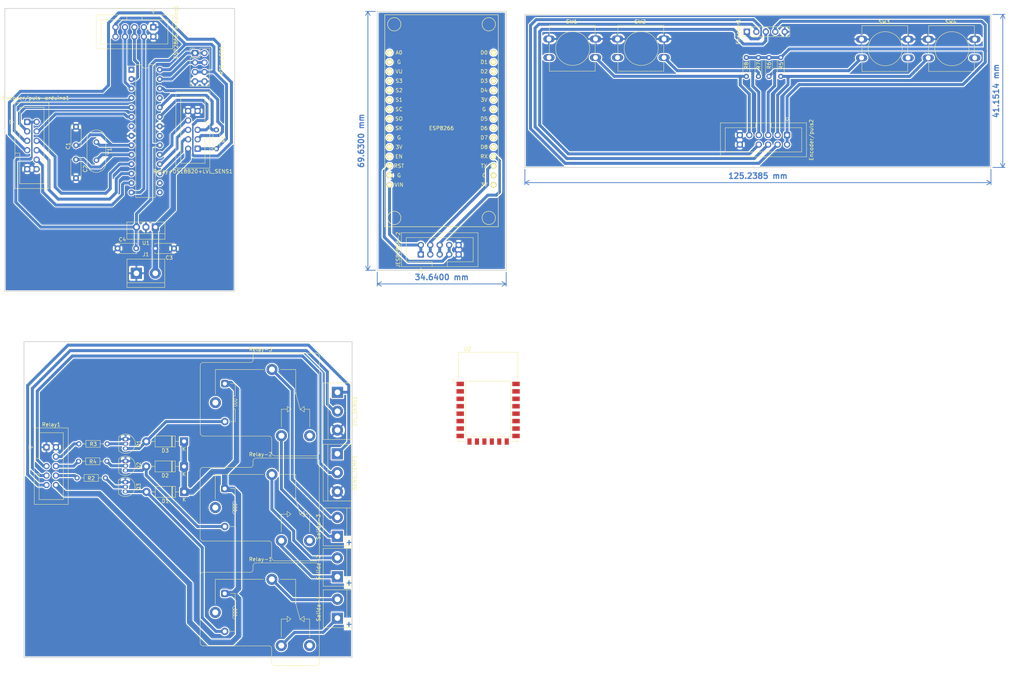
<source format=kicad_pcb>
(kicad_pcb (version 20211014) (generator pcbnew)
  (layers (0 "F.Cu" signal) (31 "B.Cu" signal) (34 "B.Paste" user) (35 "F.Paste" user) (36 "B.SilkS" user "B.Silkscreen") (37 "F.SilkS" user "F.Silkscreen") (38 "B.Mask" user) (39 "F.Mask" user) (44 "Edge.Cuts" user))
  (net 0 "")
  (net 1 "GND")
  (net 3 "+5V")
  (net 5 "+12V")
  (net 7 "Net-(C1-Pad1)")
  (net 8 "Net-(C2-Pad1)")
  (net 9 "Net-(Q1-Pad2)")
  (net 10 "Net-(Q2-Pad2)")
  (net 11 "Net-(Q3-Pad2)")
  (net 38 "Net-(Relay-1-Pad11A)")
  (net 40 "Net-(Relay-2-Pad11A)")
  (net 42 "Net-(Relay-3-Pad11A)")
  (net 44 "Net-(Relay-1-Pad14)")
  (net 45 "Net-(Relay-2-Pad14)")
  (net 46 "Net-(Relay-3-Pad14)")
  (net 47 "Net-(D1-Pad2)")
  (net 48 "Net-(D2-Pad2)")
  (net 49 "Net-(RTC+LCD1-Pad3)")
  (net 50 "Net-(RTC+LCD1-Pad1)")
  (net 51 "unconnected-(U3-Pad15)")
  (net 52 "Net-(R2-Pad2)")
  (net 53 "Net-(R3-Pad2)")
  (net 54 "Net-(D3-Pad2)")
  (net 55 "Net-(R1-Pad1)")
  (net 56 "Net-(Encoder/puls-arduino1-Pad4)")
  (net 57 "Net-(Encoder/puls-arduino1-Pad6)")
  (net 58 "Net-(Encoder/puls-arduino1-Pad7)")
  (net 59 "Net-(Encoder/puls-arduino1-Pad8)")
  (net 60 "Net-(Encoder/puls-arduino1-Pad10)")
  (net 61 "Net-(Encoder/puls2-Pad3)")
  (net 62 "Net-(Encoder/puls2-Pad5)")
  (net 63 "Net-(Encoder/puls2-Pad6)")
  (net 64 "Net-(Encoder/puls2-Pad7)")
  (net 65 "Net-(Encoder/puls2-Pad8)")
  (net 66 "Net-(Encoder/puls2-Pad9)")
  (net 67 "Net-(LVL_SENS1-Pad2)")
  (net 68 "Net-(Relay+DS18B20+LVL_SENS1-Pad3)")
  (net 69 "Net-(Relay+DS18B20+LVL_SENS1-Pad4)")
  (net 70 "Net-(Relay+DS18B20+LVL_SENS1-Pad6)")
  (net 72 "Net-(Relay+DS18B20+LVL_SENS1-Pad8)")
  (net 73 "Net-(Relay1-Pad5)")
  (net 74 "Net-(Encoder/puls-arduino1-Pad5)")
  (net 75 "Net-(Encoder/puls2-Pad4)")
  (net 76 "Net-(ESP8266-Pad18)")
  (net 77 "Net-(ESP2866-arduino1-Pad3)")
  (net 78 "Net-(ESP8266-Pad13)")
  (net 79 "Net-(ESP8266-Pad19)")
  (net 80 "Net-(ESP2866-arduino1-Pad5)")
  (net 81 "Net-(ESP2866-arduino1-Pad7)")
  (net 82 "Net-(J1-Pad1)")
  (net 83 "Net-(JESP2866-2-Pad3)")
  (net 84 "Net-(JESP2866-2-Pad5)")
  (net 85 "Net-(JESP2866-2-Pad7)")
  (net 86 "Net-(R4-Pad2)")
  (net 104 "unconnected-(U3-Pad5)")
  (footprint "Connector_PinHeader_2.54mm:PinHeader_1x05_P2.54mm_Vertical" (layer "F.Cu") (at 212.94 19.805 90)
    (fp_text reference "Encoder1")
    (fp_text value "Conn_01x05")
  )
  (footprint "Button_Switch_THT:SW_PUSH-12mm" (layer "F.Cu") (at 261.67 21.82)
    (fp_text reference "SW4")
    (fp_text value "SW_Push")
  )
  (footprint "Resistor_THT:R_Axial_DIN0204_L3.6mm_D1.6mm_P5.08mm_Horizontal" (layer "F.Cu") (at 70.38 46.18 -90)
    (fp_text reference "R1")
    (fp_text value "4.7k")
  )
  (footprint "Connector_PinHeader_2.54mm:PinHeader_2x04_P2.54mm_Vertical" (layer "F.Cu") (at 64.655 25.53)
    (fp_text reference "RTC+LCD1")
    (fp_text value "Conn_02x04_Odd_Even")
  )
  (footprint "Capacitor_THT:C_Disc_D5.0mm_W2.5mm_P5.00mm" (layer "F.Cu") (at 32.65 54.16 -90)
    (fp_text reference "C2")
    (fp_text value "20pF")
  )
  (footprint "Package_TO_SOT_THT:TO-220-3_Vertical" (layer "F.Cu") (at 53.995 72.33 180)
    (fp_text reference "U1")
    (fp_text value "LM7805")
  )
  (footprint "Connector_IDC:IDC-Header_2x05_P2.54mm_Vertical" (layer "F.Cu") (at 53.44 18.57 -90)
    (fp_text reference "ESP2866-arduino1")
    (fp_text value "Conn_02x05_Odd_Even")
  )
  (footprint "Resistor_THT:R_Axial_DIN0204_L3.6mm_D1.6mm_P7.62mm_Horizontal" (layer "F.Cu") (at 41.05 130.61 180)
    (fp_text reference "R3")
    (fp_text value "4k7")
  )
  (footprint "Relay_THT:Relay_SPDT_RAYEX-L90" (layer "F.Cu") (at 70.12 119.53)
    (fp_text reference "Relay-3")
    (fp_text value "RAYEX-L90")
  )
  (footprint "Diode_THT:D_DO-41_SOD81_P10.16mm_Horizontal" (layer "F.Cu") (at 61.7 136.69 180)
    (fp_text reference "D2")
    (fp_text value "1N4007")
  )
  (footprint "Capacitor_THT:C_Disc_D5.0mm_W2.5mm_P5.00mm" (layer "F.Cu") (at 32.68 50.34 90)
    (fp_text reference "C1")
    (fp_text value "20pF")
  )
  (footprint "Resistor_THT:R_Axial_DIN0204_L3.6mm_D1.6mm_P5.08mm_Horizontal" (layer "F.Cu") (at 218.87 31.81 90)
    (fp_text reference "R6")
    (fp_text value "10k")
  )
  (footprint "Crystal:Crystal_HC49-4H_Vertical" (layer "F.Cu") (at 38.15 49.47 -90)
    (fp_text reference "Y1")
    (fp_text value "16MHz")
  )
  (footprint "Capacitor_THT:C_Disc_D5.0mm_W2.5mm_P5.00mm" (layer "F.Cu") (at 58.995 78.08 180)
    (fp_text reference "C3")
    (fp_text value "330nF")
  )
  (footprint "TerminalBlock:TerminalBlock_bornier-3_P5.08mm" (layer "F.Cu") (at 102.885 133.285 -90)
    (fp_text reference "SENS_TEMP1")
    (fp_text value "Conn_01x03")
  )
  (footprint "Connector_IDC:IDC-Header_2x05_P2.54mm_Vertical" (layer "F.Cu") (at 125.32 79.68 90)
    (fp_text reference "JESP2866-2")
    (fp_text value "Conn_02x05_Odd_Even")
  )
  (footprint "TerminalBlock:TerminalBlock_bornier-2_P5.08mm" (layer "F.Cu") (at 102.895 155.475 90)
    (fp_text reference "Salida-3")
    (fp_text value "Conn_01x02")
  )
  (footprint "Resistor_THT:R_Axial_DIN0204_L3.6mm_D1.6mm_P5.08mm_Horizontal" (layer "F.Cu") (at 216.04 31.81 90)
    (fp_text reference "R7")
    (fp_text value "10k")
  )
  (footprint "ESP8266 LOLiN v3:ESP8266" (layer "F.Cu") (at 130.88 45.73)
    (fp_text reference "ESP8266")
    (fp_text value "NodeMCU1.0(ESP-12E)")
  )
  (footprint "Button_Switch_THT:SW_PUSH-12mm" (layer "F.Cu") (at 159.76 21.74)
    (fp_text reference "SW1")
    (fp_text value "SW_Push")
  )
  (footprint "RELAY+DS18B20+LVLSENS:RELAY+DS18B20+LVLSENS" (layer "F.Cu") (at 65.3325 51.26 180)
    (fp_text reference "Relay+DS18B20+LVL_SENS1")
    (fp_text value "Conn_02x05_Odd_Even_1")
  )
  (footprint "Package_TO_SOT_THT:TO-92_Inline" (layer "F.Cu") (at 45.97 129.33 -90)
    (fp_text reference "Q1")
    (fp_text value "PN2222A")
  )
  (footprint "TerminalBlock:TerminalBlock_bornier-2_P5.08mm" (layer "F.Cu") (at 48.895 84.75)
    (fp_text reference "J1")
    (fp_text value "12v")
  )
  (footprint "ENCODER+PULS:ENCODER+PULS_arduino" (layer "F.Cu") (at 19.5475 44.04)
    (fp_text reference "Encoder/puls-arduino1")
    (fp_text value "Conn_02x06_Odd_Even")
  )
  (footprint "Package_TO_SOT_THT:TO-92_Inline" (layer "F.Cu") (at 45.97 135.24 -90)
    (fp_text reference "Q2")
    (fp_text value "PN2222A")
  )
  (footprint "Diode_THT:D_DO-41_SOD81_P10.16mm_Horizontal" (layer "F.Cu") (at 61.7 129.96 180)
    (fp_text reference "D3")
    (fp_text value "1N4007")
  )
  (footprint "Capacitor_THT:C_Disc_D5.0mm_W2.5mm_P5.00mm" (layer "F.Cu") (at 43.835 78.06)
    (fp_text reference "C4")
    (fp_text value "100nF")
  )
  (footprint "TerminalBlock:TerminalBlock_bornier-2_P5.08mm" (layer "F.Cu") (at 102.895 166.365 90)
    (fp_text reference "Salida-2")
    (fp_text value "Conn_01x02")
  )
  (footprint "Package_TO_SOT_THT:TO-92_Inline" (layer "F.Cu") (at 45.93 140.92 -90)
    (fp_text reference "Q3")
    (fp_text value "PN2222A")
  )
  (footprint "ENCODER+PULS:ENCODER+PULS" (layer "F.Cu") (at 223.74 47.595 -90)
    (fp_text reference "Encoder/puls2")
    (fp_text value "Conn_02x06_Odd_Even")
  )
  (footprint "Package_DIP:DIP-28_W7.62mm" (layer "F.Cu") (at 47.555 30)
    (fp_text reference "U3" hide)
    (fp_text value "ATmega328P-P")
  )
  (footprint "TerminalBlock:TerminalBlock_bornier-2_P5.08mm" (layer "F.Cu") (at 102.905 177.485 90)
    (fp_text reference "Salida-1")
    (fp_text value "Conn_01x02")
  )
  (footprint "Resistor_THT:R_Axial_DIN0204_L3.6mm_D1.6mm_P5.08mm_Horizontal" (layer "F.Cu") (at 212.79 31.81 90)
    (fp_text reference "R8")
    (fp_text value "10k")
  )
  (footprint "Relay_THT:Relay_SPDT_RAYEX-L90" (layer "F.Cu") (at 70.09 147.75)
    (fp_text reference "Relay-2")
    (fp_text value "RAYEX-L90")
  )
  (footprint "RELAY+DS18B20+LVLSENS:ENCODER+PULS_PLACA_SALIDAS" (layer "F.Cu") (at 24.73 131.53)
    (fp_text reference "Relay1")
    (fp_text value "Conn_02x05_Odd_Even")
  )
  (footprint "Button_Switch_THT:SW_PUSH-12mm" (layer "F.Cu") (at 178.18 21.74)
    (fp_text reference "SW2")
    (fp_text value "SW_Push")
  )
  (footprint "ESP8266-12E_ESP-12E:XCVR_ESP8266-12E_ESP-12E" (layer "F.Cu") (at 143.4 121.5)
    (fp_text reference "U2")
    (fp_text value "ESP-12E")
  )
  (footprint "Resistor_THT:R_Axial_DIN0204_L3.6mm_D1.6mm_P7.62mm_Horizontal" (layer "F.Cu") (at 40.57 139.78 180)
    (fp_text reference "R2")
    (fp_text value "4k7")
  )
  (footprint "Relay_THT:Relay_SPDT_RAYEX-L90" (layer "F.Cu") (at 70.09 175.95)
    (fp_text reference "Relay-1")
    (fp_text value "RAYEX-L90")
  )
  (footprint "Button_Switch_THT:SW_PUSH-12mm" (layer "F.Cu") (at 243.76 21.82)
    (fp_text reference "SW3")
    (fp_text value "SW_Push")
  )
  (footprint "Diode_THT:D_DO-41_SOD81_P10.16mm_Horizontal" (layer "F.Cu") (at 61.75 143.53 180)
    (fp_text reference "D1")
    (fp_text value "1N4007")
  )
  (footprint "Resistor_THT:R_Axial_DIN0204_L3.6mm_D1.6mm_P7.62mm_Horizontal" (layer "F.Cu") (at 40.97 135.3 180)
    (fp_text reference "R4")
    (fp_text value "4k7")
  )
  (footprint "Resistor_THT:R_Axial_DIN0204_L3.6mm_D1.6mm_P5.08mm_Horizontal" (layer "F.Cu") (at 222.04 31.81 90)
    (fp_text reference "R5")
    (fp_text value "10k")
  )
  (footprint "TerminalBlock:TerminalBlock_bornier-3_P5.08mm" (layer "F.Cu") (at 102.925 116.755 -90)
    (fp_text reference "LVL_SENS1")
    (fp_text value "Conn_01x03")
  )
  (gr_rect (start 153.28 15.152161) (end 278.518479 56.30358) (layer "Edge.Cuts") (width 0.2) (fill none))
  (gr_rect (start 113.62 14.32) (end 148.26 83.95) (layer "Edge.Cuts") (width 0.2) (fill none))
  (gr_rect (start 75.275 13.55) (end 13.535 89.56) (layer "Edge.Cuts") (width 0.2) (fill none))
  (gr_rect (start 18.68 103.13) (end 106.86 188.05) (layer "Edge.Cuts") (width 0.2) (fill none))
  (gr_text "+\n" (at 106 179.05) (layer "B.Cu") (effects (font (size 1.5 1.5) (thickness 0.3)) (justify mirror)))
  (gr_text "+\n" (at 106.03 157.04) (layer "B.Cu") (effects (font (size 1.5 1.5) (thickness 0.3)) (justify mirror)))
  (gr_text "+\n" (at 106.01 167.92) (layer "B.Cu") (effects (font (size 1.5 1.5) (thickness 0.3)) (justify mirror)))
  (dimension (type aligned) (layer "B.Cu") (pts (xy 153.28 56.30358) (xy 278.518479 56.30358)) (height 4.066419) (gr_text "125.2385 mm" (at 215.899239 58.569999) (layer "B.Cu") (effects (font (size 1.5 1.5) (thickness 0.3)))) (format (units 3) (units_format 1) (precision 4)) (style (thickness 0.2) (arrow_length 1.27) (text_position_mode 0) (extension_height 0.58642) (extension_offset 0.5) keep_text_aligned))
  (dimension (type aligned) (layer "B.Cu") (pts (xy 113.62 83.95) (xy 148.26 83.95)) (height 3.669999) (gr_text "34.6400 mm" (at 130.94 85.819999) (layer "B.Cu") (effects (font (size 1.5 1.5) (thickness 0.3)))) (format (units 3) (units_format 1) (precision 4)) (style (thickness 0.2) (arrow_length 1.27) (text_position_mode 0) (extension_height 0.58642) (extension_offset 0.5) keep_text_aligned))
  (dimension (type aligned) (layer "B.Cu") (pts (xy 278.518479 15.152161) (xy 278.518479 56.30358)) (height -3.171521) (gr_text "41.1514 mm" (at 279.89 35.72787 90) (layer "B.Cu") (effects (font (size 1.5 1.5) (thickness 0.3)))) (format (units 3) (units_format 1) (precision 4)) (style (thickness 0.2) (arrow_length 1.27) (text_position_mode 0) (extension_height 0.58642) (extension_offset 0.5) keep_text_aligned))
  (dimension (type aligned) (layer "B.Cu") (pts (xy 113.62 14.32) (xy 113.62 83.95)) (height 2.529999) (gr_text "69.6300 mm" (at 109.290001 49.135 90) (layer "B.Cu") (effects (font (size 1.5 1.5) (thickness 0.3)))) (format (units 3) (units_format 1) (precision 4)) (style (thickness 0.2) (arrow_length 1.27) (text_position_mode 0) (extension_height 0.58642) (extension_offset 0.5) keep_text_aligned))
  (segment (start 27.2325 131.52) (end 27.25 131.52) (width 0.8) (layer "B.Cu") (net 1))
  (segment (start 224.34 24.43) (end 276.43 24.43) (width 0.8) (layer "B.Cu") (net 3))
  (segment (start 69.72 30.58) (end 69.68 30.62) (width 0.8) (layer "B.Cu") (net 3))
  (segment (start 125.32 77.14) (end 125.32 79.68) (width 0.8) (layer "B.Cu") (net 3))
  (segment (start 277 25) (end 277 18) (width 0.8) (layer "B.Cu") (net 3))
  (segment (start 43.28 17.73) (end 44.86 16.15) (width 0.8) (layer "B.Cu") (net 3))
  (segment (start 69.06 23.18) (end 69.72 23.84) (width 0.8) (layer "B.Cu") (net 3))
  (segment (start 223.74 47.595) (end 223.74 50.135) (width 0.8) (layer "B.Cu") (net 3))
  (segment (start 220.56 18.58) (end 220.56 19.805) (width 0.8) (layer "B.Cu") (net 3))
  (segment (start 212.79 26.73) (end 212.8 26.74) (width 0.8) (layer "B.Cu") (net 3))
  (segment (start 271.76 33.24) (end 277 28) (width 0.8) (layer "B.Cu") (net 3))
  (segment (start 22.0575 44.07) (end 22.0875 44.04) (width 0.8) (layer "B.Cu") (net 3))
  (segment (start 57.73 27.51) (end 62.06 23.18) (width 0.8) (layer "B.Cu") (net 3))
  (segment (start 43.28 21.11) (end 43.28 18.57) (width 0.8) (layer "B.Cu") (net 3))
  (segment (start 276.43 24.43) (end 277 25) (width 0.8) (layer "B.Cu") (net 3))
  (segment (start 105.95 114.89) (end 105.95 117.71) (width 0.8) (layer "B.Cu") (net 3))
  (segment (start 105.95 130.22) (end 102.885 133.285) (width 0.8) (layer "B.Cu") (net 3))
  (segment (start 22.5 141.69) (end 19.67 138.86) (width 0.8) (layer "B.Cu") (net 3))
  (segment (start 95.125 104.065) (end 105.95 114.89) (width 0.8) (layer "B.Cu") (net 3))
  (segment (start 212.8 26.74) (end 222.03 26.74) (width 0.8) (layer "B.Cu") (net 3))
  (segment (start 271 34) (end 227 34) (width 0.8) (layer "B.Cu") (net 3))
  (segment (start 16.87 54.06) (end 16.48 54.45) (width 0.8) (layer "B.Cu") (net 3))
  (segment (start 277 18) (end 276 17) (width 0.8) (layer "B.Cu") (net 3))
  (segment (start 272 33) (end 271 34) (width 0.8) (layer "B.Cu") (net 3))
  (segment (start 43.28 18.57) (end 43.28 17.73) (width 0.8) (layer "B.Cu") (net 3))
  (segment (start 222.03 26.74) (end 224.34 24.43) (width 0.8) (layer "B.Cu") (net 3))
  (segment (start 105.915 116.755) (end 105.92 116.76) (width 0.8) (layer "B.Cu") (net 3))
  (segment (start 48.915 72.33) (end 48.915 68.765) (width 0.8) (layer "B.Cu") (net 3))
  (segment (start 222.14 17) (end 220.56 18.58) (width 0.8) (layer "B.Cu") (net 3))
  (segment (start 52.77 50.43) (end 52.77 28.8) (width 0.8) (layer "B.Cu") (net 3))
  (segment (start 227 34) (end 223.74 37.26) (width 0.8) (layer "B.Cu") (net 3))
  (segment (start 20.87 44.07) (end 22.0575 44.07) (width 0.8) (layer "B.Cu") (net 3))
  (segment (start 48.835 72.41) (end 48.915 72.33) (width 0.8) (layer "B.Cu") (net 3))
  (segment (start 73.11 33.97) (end 69.72 30.58) (width 0.8) (layer "B.Cu") (net 3))
  (segment (start 125.32 77.14) (end 119.725786 77.14) (width 0.8) (layer "B.Cu") (net 3))
  (segment (start 20.81 53.59) (end 20.81 44.13) (width 0.4) (layer "B.Cu") (net 3))
  (segment (start 24.73 141.69) (end 22.5 141.69) (width 0.8) (layer "B.Cu") (net 3))
  (segment (start 277 28) (end 277 25) (width 0.8) (layer "B.Cu") (net 3))
  (segment (start 44.86 16.15) (end 55.03 16.15) (width 0.8) (layer "B.Cu") (net 3))
  (segment (start 49.49 68.19) (end 49.51 68.17) (width 0.8) (layer "B.Cu") (net 3))
  (segment (start 49.51 68.17) (end 52.77 64.91) (width 0.8) (layer "B.Cu") (net 3))
  (segment (start 65.3325 51.26) (end 70.38 51.26) (width 0.8) (layer "B.Cu") (net 3))
  (segment (start 69.71 30.61) (end 67.195 30.61) (width 0.8) (layer "B.Cu") (net 3))
  (segment (start 20.81 44.13) (end 20.83 44.11) (width 0.4) (layer "B.Cu") (net 3))
  (segment (start 48.835 78.06) (end 48.835 72.41) (width 0.8) (layer "B.Cu") (net 3))
  (segment (start 20.83 44.11) (end 20.87 44.07) (width 0.25) (layer "B.Cu") (net 3))
  (segment (start 67.195 30.61) (end 64.655 30.61) (width 0.8) (layer "B.Cu") (net 3))
  (segment (start 276 17) (end 222.14 17) (width 0.8) (layer "B.Cu") (net 3))
  (segment (start 30.525 104.065) (end 95.125 104.065) (width 0.8) (layer "B.Cu") (net 3))
  (segment (start 48.915 68.765) (end 49.51 68.17) (width 0.8) (layer "B.Cu") (net 3))
  (segment (start 19.67 138.86) (end 19.67 114.92) (width 0.8) (layer "B.Cu") (net 3))
  (segment (start 223.74 37.26) (end 223.74 47.595) (width 0.8) (layer "B.Cu") (net 3))
  (segment (start 19.5475 44.04) (end 19.5775 44.07) (width 0.8) (layer "B.Cu") (net 3))
  (segment (start 70.38 51.26) (end 73.11 48.53) (width 0.8) (layer "B.Cu") (net 3))
  (segment (start 105.95 117.59) (end 105.95 130.22) (width 0.8) (layer "B.Cu") (net 3))
  (segment (start 52.77 64.91) (end 52.77 50.43) (width 0.8) (layer "B.Cu") (net 3))
  (segment (start 16.48 54.45) (end 16.48 65.63) (width 0.8) (layer "B.Cu") (net 3))
  (segment (start 52.88 50.32) (end 52.77 50.43) (width 0.8) (layer "B.Cu") (net 3))
  (segment (start 102.925 116.755) (end 105.915 116.755) (width 0.8) (layer "B.Cu") (net 3))
  (segment (start 52.77 28.8) (end 54.06 27.51) (width 0.8) (layer "B.Cu") (net 3))
  (segment (start 20.32 54.06) (end 16.87 54.06) (width 0.8) (layer "B.Cu") (net 3))
  (segment (start 19.67 114.92) (end 30.525 104.065) (width 0.8) (layer "B.Cu") (net 3))
  (segment (start 20.87 44.07) (end 20.81 44.13) (width 0.3) (layer "B.Cu") (net 3))
  (segment (start 116.91 74.324214) (end 116.91 60.97) (width 0.8) (layer "B.Cu") (net 3))
  (segment (start 62.06 23.18) (end 69.06 23.18) (width 0.8) (layer "B.Cu") (net 3))
  (segment (start 48.915 72.33) (end 23.19 72.33) (width 0.8) (layer "B.Cu") (net 3))
  (segment (start 19.5775 44.07) (end 20.87 44.07) (width 0.8) (layer "B.Cu") (net 3))
  (segment (start 20.61 53.77) (end 20.32 54.06) (width 0.8) (layer "B.Cu") (net 3))
  (segment (start 16.48 65.63) (end 23.19 72.34) (width 0.8) (layer "B.Cu") (net 3))
  (segment (start 55.125 50.37) (end 55.175 50.32) (width 0.8) (layer "B.Cu") (net 3))
  (segment (start 119.725786 77.14) (end 116.91 74.324214) (width 0.8) (layer "B.Cu") (net 3))
  (segment (start 69.72 23.84) (end 69.72 30.58) (width 0.8) (layer "B.Cu") (net 3))
  (segment (start 69.72 30.62) (end 69.71 30.61) (width 0.8) (layer "B.Cu") (net 3))
  (segment (start 55.03 16.15) (end 62.06 23.18) (width 0.8) (layer "B.Cu") (net 3))
  (segment (start 73.11 48.53) (end 73.11 33.97) (width 0.8) (layer "B.Cu") (net 3))
  (segment (start 54.06 27.51) (end 57.73 27.51) (width 0.8) (layer "B.Cu") (net 3))
  (segment (start 55.175 50.32) (end 52.88 50.32) (width 0.8) (layer "B.Cu") (net 3))
  (segment (start 63.91 143.53) (end 61.75 143.53) (width 1.5) (layer "B.Cu") (net 5))
  (segment (start 53.995 78.08) (end 53.995 75.67) (width 1.5) (layer "B.Cu") (net 5))
  (segment (start 58.78 67.545) (end 53.995 72.33) (width 1.5) (layer "B.Cu") (net 5))
  (segment (start 75.82 116.06) (end 75.82 135.24) (width 1.5) (layer "B.Cu") (net 5))
  (segment (start 62.7925 51.26) (end 62.77 51.2825) (width 1.5) (layer "B.Cu") (net 5))
  (segment (start 74.86 142.85) (end 76.31 144.3) (width 1.5) (layer "B.Cu") (net 5))
  (segment (start 61.75 130.01) (end 61.7 129.96) (width 0.8) (layer "B.Cu") (net 5))
  (segment (start 74.9 170.85) (end 74.94 170.89) (width 0.8) (layer "B.Cu") (net 5))
  (segment (start 74.6 183.99) (end 76.38 182.21) (width 1.5) (layer "B.Cu") (net 5))
  (segment (start 53.995 78.08) (end 53.995 84.73) (width 1.5) (layer "B.Cu") (net 5))
  (segment (start 53.995 84.73) (end 53.975 84.75) (width 0.8) (layer "B.Cu") (net 5))
  (segment (start 72.63 170.85) (end 74.9 170.85) (width 1.5) (layer "B.Cu") (net 5))
  (segment (start 27.5 141.92) (end 29.62 144.04) (width 1.5) (layer "B.Cu") (net 5))
  (segment (start 72.26 138.16) (end 72.26 138.14) (width 0.8) (layer "B.Cu") (net 5))
  (segment (start 62.77 51.2825) (end 62.77 53.99) (width 1.5) (layer "B.Cu") (net 5))
  (segment (start 68.65 183.99) (end 74.6 183.99) (width 1.5) (layer "B.Cu") (net 5))
  (segment (start 58.78 57.98) (end 58.78 67.545) (width 1.5) (layer "B.Cu") (net 5))
  (segment (start 72.26 138.14) (end 69.3 138.14) (width 1.5) (layer "B.Cu") (net 5))
  (segment (start 61.69 143.41) (end 61.8 143.52) (width 0.8) (layer "B.Cu") (net 5))
  (segment (start 76.31 144.3) (end 76.31 169.52) (width 1.5) (layer "B.Cu") (net 5))
  (segment (start 63.22 168.32) (end 63.22 178.56) (width 1.5) (layer "B.Cu") (net 5))
  (segment (start 76.38 182.21) (end 76.38 172.33) (width 1.5) (layer "B.Cu") (net 5))
  (segment (start 27.27 141.69) (end 27.5 141.92) (width 0.8) (layer "B.Cu") (net 5))
  (segment (start 38.94 144.04) (end 63.22 168.32) (width 1.5) (layer "B.Cu") (net 5))
  (segment (start 29.62 144.04) (end 38.94 144.04) (width 1.5) (layer "B.Cu") (net 5))
  (segment (start 74.19 114.43) (end 75.82 116.06) (width 1.5) (layer "B.Cu") (net 5))
  (segment (start 76.31 169.52) (end 74.94 170.89) (width 1.5) (layer "B.Cu") (net 5))
  (segment (start 62.77 53.99) (end 58.78 57.98) (width 1.5) (layer "B.Cu") (net 5))
  (segment (start 72.83 142.85) (end 74.86 142.85) (width 1.5) (layer "B.Cu") (net 5))
  (segment (start 53.995 75.67) (end 53.995 72.33) (width 1.5) (layer "B.Cu") (net 5))
  (segment (start 72.63 142.65) (end 72.63 138.53) (width 1.5) (layer "B.Cu") (net 5))
  (segment (start 72.63 142.65) (end 72.83 142.85) (width 1.5) (layer "B.Cu") (net 5))
  (segment (start 72.66 114.43) (end 74.19 114.43) (width 1.5) (layer "B.Cu") (net 5))
  (segment (start 72.63 138.53) (end 72.26 138.16) (width 0.8) (layer "B.Cu") (net 5))
  (segment (start 69.3 138.14) (end 63.91 143.53) (width 1.5) (layer "B.Cu") (net 5))
  (segment (start 63.22 178.56) (end 68.65 183.99) (width 1.5) (layer "B.Cu") (net 5))
  (segment (start 72.92 138.14) (end 72.26 138.14) (width 1.5) (layer "B.Cu") (net 5))
  (segment (start 75.82 135.24) (end 72.92 138.14) (width 1.5) (layer "B.Cu") (net 5))
  (segment (start 76.38 172.33) (end 74.94 170.89) (width 1.5) (layer "B.Cu") (net 5))
  (segment (start 61.75 143.53) (end 61.75 130.01) (width 1.5) (layer "B.Cu") (net 5))
  (segment (start 38.15 49.47) (end 39.01 50.33) (width 0.8) (layer "B.Cu") (net 7))
  (segment (start 47.545 50.33) (end 47.555 50.32) (width 0.8) (layer "B.Cu") (net 7))
  (segment (start 36.465 47.5) (end 39.42 47.5) (width 0.8) (layer "B.Cu") (net 7))
  (segment (start 39.01 50.33) (end 47.545 50.33) (width 0.8) (layer "B.Cu") (net 7))
  (segment (start 39.42 47.5) (end 42.2 50.28) (width 0.8) (layer "B.Cu") (net 7))
  (segment (start 32.68 50.34) (end 33.625 50.34) (width 0.8) (layer "B.Cu") (net 7))
  (segment (start 33.625 50.34) (end 36.465 47.5) (width 0.8) (layer "B.Cu") (net 7))
  (segment (start 38.15 54.35) (end 39.64 52.86) (width 0.8) (layer "B.Cu") (net 8))
  (segment (start 34.65 54.16) (end 36.68 56.19) (width 0.8) (layer "B.Cu") (net 8))
  (segment (start 39.64 52.86) (end 47.555 52.86) (width 0.8) (layer "B.Cu") (net 8))
  (segment (start 36.68 56.19) (end 39.14 56.19) (width 0.8) (layer "B.Cu") (net 8))
  (segment (start 32.65 54.16) (end 34.65 54.16) (width 0.8) (layer "B.Cu") (net 8))
  (segment (start 39.14 56.19) (end 42.12 53.21) (width 0.8) (layer "B.Cu") (net 8))
  (segment (start 38.15 54.36) (end 38.15 54.35) (width 0.8) (layer "B.Cu") (net 8))
  (segment (start 41.05 130.61) (end 41.06 130.6) (width 0.8) (layer "B.Cu") (net 9))
  (segment (start 41.06 130.6) (end 45.97 130.6) (width 0.8) (layer "B.Cu") (net 9))
  (segment (start 40.97 135.3) (end 42.18 136.51) (width 0.8) (layer "B.Cu") (net 10))
  (segment (start 42.18 136.51) (end 45.97 136.51) (width 0.8) (layer "B.Cu") (net 10))
  (segment (start 45.93 136.55) (end 45.97 136.51) (width 0.8) (layer "B.Cu") (net 10))
  (segment (start 42.98 142.19) (end 45.93 142.19) (width 0.8) (layer "B.Cu") (net 11))
  (segment (start 40.57 139.78) (end 42.98 142.19) (width 0.8) (layer "B.Cu") (net 11))
  (segment (start 102.905 172.405) (end 102.785 172.525) (width 0.8) (layer "B.Cu") (net 38))
  (segment (start 90.765 172.525) (end 85.29 167.05) (width 0.8) (layer "B.Cu") (net 38))
  (segment (start 102.785 172.525) (end 90.765 172.525) (width 0.8) (layer "B.Cu") (net 38))
  (segment (start 85.29 148.19) (end 85.29 138.85) (width 0.8) (layer "B.Cu") (net 40))
  (segment (start 102.895 161.285) (end 102.895 160.475) (width 0.8) (layer "B.Cu") (net 40))
  (segment (start 95.885 161.285) (end 91.155 156.555) (width 0.8) (layer "B.Cu") (net 40))
  (segment (start 91.155 156.555) (end 91.155 154.055) (width 0.8) (layer "B.Cu") (net 40))
  (segment (start 91.155 154.055) (end 85.29 148.19) (width 0.8) (layer "B.Cu") (net 40))
  (segment (start 102.895 161.285) (end 95.885 161.285) (width 0.8) (layer "B.Cu") (net 40))
  (segment (start 90.77 116.08) (end 85.32 110.63) (width 0.8) (layer "B.Cu") (net 42))
  (segment (start 102.895 150.395) (end 100.995 150.395) (width 0.8) (layer "B.Cu") (net 42))
  (segment (start 100.995 150.395) (end 90.77 140.17) (width 0.8) (layer "B.Cu") (net 42))
  (segment (start 90.77 140.17) (end 90.77 116.08) (width 0.8) (layer "B.Cu") (net 42))
  (segment (start 99.075 181.315) (end 102.905 177.485) (width 0.8) (layer "B.Cu") (net 44))
  (segment (start 87.83 184.85) (end 91.365 181.315) (width 0.8) (layer "B.Cu") (net 44))
  (segment (start 91.365 181.315) (end 99.075 181.315) (width 0.8) (layer "B.Cu") (net 44))
  (segment (start 96.045 166.365) (end 87.83 158.15) (width 0.8) (layer "B.Cu") (net 45))
  (segment (start 87.83 158.15) (end 87.83 156.65) (width 0.8) (layer "B.Cu") (net 45))
  (segment (start 102.895 166.365) (end 96.045 166.365) (width 0.8) (layer "B.Cu") (net 45))
  (segment (start 102.895 155.475) (end 100.555 155.475) (width 0.8) (layer "B.Cu") (net 46))
  (segment (start 100.555 155.475) (end 87.855 142.775) (width 0.8) (layer "B.Cu") (net 46))
  (segment (start 87.855 142.775) (end 87.855 128.435) (width 0.8) (layer "B.Cu") (net 46))
  (segment (start 87.855 128.435) (end 87.86 128.43) (width 0.8) (layer "B.Cu") (net 46))
  (segment (start 66.6 158.54) (end 66.6 177.39) (width 0.8) (layer "B.Cu") (net 47))
  (segment (start 51.52 143.46) (end 51.59 143.53) (width 0.8) (layer "B.Cu") (net 47))
  (segment (start 45.93 143.46) (end 45.99 143.52) (width 0.8) (layer "B.Cu") (net 47))
  (segment (start 51.59 143.53) (end 66.6 158.54) (width 0.8) (layer "B.Cu") (net 47))
  (segment (start 70.26 181.05) (end 72.63 181.05) (width 0.8) (layer "B.Cu") (net 47))
  (segment (start 45.93 143.46) (end 51.52 143.46) (width 0.8) (layer "B.Cu") (net 47))
  (segment (start 66.6 177.39) (end 70.26 181.05) (width 0.8) (layer "B.Cu") (net 47))
  (segment (start 51.54 136.69) (end 51.54 139.06) (width 0.8) (layer "B.Cu") (net 48))
  (segment (start 65.33 152.85) (end 72.63 152.85) (width 0.8) (layer "B.Cu") (net 48))
  (segment (start 51.54 139.06) (end 65.33 152.85) (width 0.8) (layer "B.Cu") (net 48))
  (segment (start 45.97 137.78) (end 50.45 137.78) (width 0.8) (layer "B.Cu") (net 48))
  (segment (start 50.45 137.78) (end 51.54 136.69) (width 0.8) (layer "B.Cu") (net 48))
  (segment (start 58.37 32.54) (end 55.175 32.54) (width 0.8) (layer "B.Cu") (net 49))
  (segment (start 62.84 28.07) (end 58.37 32.54) (width 0.8) (layer "B.Cu") (net 49))
  (segment (start 64.655 28.07) (end 67.195 28.07) (width 0.8) (layer "B.Cu") (net 49))
  (segment (start 64.655 28.07) (end 62.84 28.07) (width 0.8) (layer "B.Cu") (net 49))
  (segment (start 62.35 25.53) (end 57.88 30) (width 0.8) (layer "B.Cu") (net 50))
  (segment (start 64.655 25.53) (end 67.195 25.53) (width 0.8) (layer "B.Cu") (net 50))
  (segment (start 57.88 30) (end 55.175 30) (width 0.8) (layer "B.Cu") (net 50))
  (segment (start 64.655 25.53) (end 62.35 25.53) (width 0.8) (layer "B.Cu") (net 50))
  (segment (start 55.275 63.12) (end 55.175 63.02) (width 0.8) (layer "B.Cu") (net 51))
  (segment (start 27.27 139.15) (end 27.28 139.14) (width 0.8) (layer "B.Cu") (net 52))
  (segment (start 27.27 139.15) (end 32.32 139.15) (width 0.8) (layer "B.Cu") (net 52))
  (segment (start 32.32 139.15) (end 32.95 139.78) (width 0.8) (layer "B.Cu") (net 52))
  (segment (start 28.67 134.07) (end 27.27 134.07) (width 0.8) (layer "B.Cu") (net 53))
  (segment (start 33.43 130.61) (end 32.13 130.61) (width 0.8) (layer "B.Cu") (net 53))
  (segment (start 32.13 130.61) (end 28.67 134.07) (width 0.8) (layer "B.Cu") (net 53))
  (segment (start 51.54 129.96) (end 56.87 124.63) (width 0.8) (layer "B.Cu") (net 54))
  (segment (start 51.54 129.96) (end 49.63 131.87) (width 0.8) (layer "B.Cu") (net 54))
  (segment (start 49.63 131.87) (end 45.97 131.87) (width 0.8) (layer "B.Cu") (net 54))
  (segment (start 56.87 124.63) (end 72.66 124.63) (width 0.8) (layer "B.Cu") (net 54))
  (segment (start 65.3325 46.18) (end 67.63 46.18) (width 0.8) (layer "B.Cu") (net 55))
  (segment (start 69.32 46.18) (end 68.475 45.335) (width 0.8) (layer "B.Cu") (net 55))
  (segment (start 67.66 36.91) (end 58.425 36.91) (width 0.8) (layer "B.Cu") (net 55))
  (segment (start 70.38 46.18) (end 69.32 46.18) (width 0.8) (layer "B.Cu") (net 55))
  (segment (start 69.26 44.55) (end 69.26 38.51) (width 0.8) (layer "B.Cu") (net 55))
  (segment (start 58.425 36.91) (end 55.175 40.16) (width 0.8) (layer "B.Cu") (net 55))
  (segment (start 68.475 45.335) (end 69.26 44.55) (width 0.8) (layer "B.Cu") (net 55))
  (segment (start 55.175 40.375) (end 55.175 40.16) (width 0.8) (layer "B.Cu") (net 55))
  (segment (start 69.26 38.51) (end 67.66 36.91) (width 0.8) (layer "B.Cu") (net 55))
  (segment (start 67.63 46.18) (end 68.475 45.335) (width 0.8) (layer "B.Cu") (net 55))
  (segment (start 45.69 41.94) (end 46.45 42.7) (width 0.8) (layer "B.Cu") (net 56))
  (segment (start 27.15 41.97) (end 27.18 41.94) (width 0.8) (layer "B.Cu") (net 56))
  (segment (start 46.45 42.7) (end 47.555 42.7) (width 0.8) (layer "B.Cu") (net 56))
  (segment (start 22.53 46.58) (end 27.16 41.95) (width 0.8) (layer "B.Cu") (net 56))
  (segment (start 22.0875 46.58) (end 22.53 46.58) (width 0.8) (layer "B.Cu") (net 56))
  (segment (start 22.08 46.61) (end 22.08 46.5875) (width 0.8) (layer "B.Cu") (net 56))
  (segment (start 22.08 46.5875) (end 22.0875 46.58) (width 0.8) (layer "B.Cu") (net 56))
  (segment (start 27.18 41.94) (end 45.69 41.94) (width 0.8) (layer "B.Cu") (net 56))
  (segment (start 41.87 57.92) (end 44.39 55.4) (width 0.8) (layer "B.Cu") (net 57))
  (segment (start 40.67 63.21) (end 41.87 62.01) (width 0.8) (layer "B.Cu") (net 57))
  (segment (start 27.06 61.55) (end 28.72 63.21) (width 0.8) (layer "B.Cu") (net 57))
  (segment (start 28.72 63.21) (end 40.67 63.21) (width 0.8) (layer "B.Cu") (net 57))
  (segment (start 41.87 62.01) (end 41.87 57.92) (width 0.8) (layer "B.Cu") (net 57))
  (segment (start 22.0875 49.12) (end 22.77 49.12) (width 0.8) (layer "B.Cu") (net 57))
  (segment (start 22.075 49.15) (end 22.075 49.1325) (width 0.8) (layer "B.Cu") (net 57))
  (segment (start 22.77 49.12) (end 26.28 52.63) (width 0.8) (layer "B.Cu") (net 57))
  (segment (start 27.06 53.42) (end 27.06 61.55) (width 0.8) (layer "B.Cu") (net 57))
  (segment (start 26.31 52.67) (end 27.06 53.42) (width 0.8) (layer "B.Cu") (net 57))
  (segment (start 44.39 55.4) (end 47.555 55.4) (width 0.8) (layer "B.Cu") (net 57))
  (segment (start 22.075 49.1325) (end 22.0875 49.12) (width 0.8) (layer "B.Cu") (net 57))
  (segment (start 55.53 14.71) (end 62.64 21.82) (width 0.8) (layer "B.Cu") (net 58))
  (segment (start 19.5475 51.66) (end 19.5475 51.6775) (width 0.8) (layer "B.Cu") (net 58))
  (segment (start 69.71 21.82) (end 71.15 23.26) (width 0.8) (layer "B.Cu") (net 58))
  (segment (start 39.79 35.83) (end 41.4 34.22) (width 0.8) (layer "B.Cu") (net 58))
  (segment (start 74.43 49.59) (end 70.81 53.21) (width 0.8) (layer "B.Cu") (net 58))
  (segment (start 27.87 35.83) (end 17.75 35.83) (width 0.8) (layer "B.Cu") (net 58))
  (segment (start 67.86 43.11) (end 67.86 39.36) (width 0.8) (layer "B.Cu") (net 58))
  (segment (start 67.3 43.67) (end 67.86 43.11) (width 0.8) (layer "B.Cu") (net 58))
  (segment (start 64.06 44.89) (end 64.06 52.93) (width 0.4) (layer "B.Cu") (net 58))
  (segment (start 74.43 33.38) (end 74.43 49.59) (width 0.8) (layer "B.Cu") (net 58))
  (segment (start 19.01 51.66) (end 19.5475 51.66) (width 0.8) (layer "B.Cu") (net 58))
  (segment (start 62.64 21.82) (end 69.71 21.82) (width 0.8) (layer "B.Cu") (net 58))
  (segment (start 70.81 53.21) (end 64.34 53.21) (width 0.8) (layer "B.Cu") (net 58))
  (segment (start 41.4 34.22) (end 41.4 17.45) (width 0.8) (layer "B.Cu") (net 58))
  (segment (start 64.06 52.93) (end 64.12 52.99) (width 0.35) (layer "B.Cu") (net 58))
  (segment (start 65.25 43.67) (end 67.3 43.67) (width 0.8) (layer "B.Cu") (net 58))
  (segment (start 41.4 17.45) (end 44.14 14.71) (width 0.8) (layer "B.Cu") (net 58))
  (segment (start 27.74 35.83) (end 39.79 35.83) (width 0.8) (layer "B.Cu") (net 58))
  (segment (start 64.15 44.77) (end 65.25 43.67) (width 0.8) (layer "B.Cu") (net 58))
  (segment (start 64.34 53.21) (end 64.12 52.99) (width 0.8) (layer "B.Cu") (net 58))
  (segment (start 19.5475 51.6775) (end 19.535 51.69) (width 0.8) (layer "B.Cu") (net 58))
  (segment (start 59.635 38.24) (end 55.175 42.7) (width 0.8) (layer "B.Cu") (net 58))
  (segment (start 64.17 44.78) (end 64.06 44.89) (width 0.4) (layer "B.Cu") (net 58))
  (segment (start 66.74 38.24) (end 59.635 38.24) (width 0.8) (layer "B.Cu") (net 58))
  (segment (start 55.175 42.7) (end 55.26 42.7) (width 0.8) (layer "B.Cu") (net 58))
  (segment (start 17.75 35.83) (end 14.76 38.82) (width 0.8) (layer "B.Cu") (net 58))
  (segment (start 67.86 39.36) (end 66.74 38.24) (width 0.8) (layer "B.Cu") (net 58))
  (segment (start 71.15 30.1) (end 74.43 33.38) (width 0.8) (layer "B.Cu") (net 58))
  (segment (start 71.15 23.26) (end 71.15 30.1) (width 0.8) (layer "B.Cu") (net 58))
  (segment (start 14.76 38.82) (end 14.76 47.41) (width 0.8) (layer "B.Cu") (net 58))
  (segment (start 44.14 14.71) (end 55.53 14.71) (width 0.8) (layer "B.Cu") (net 58))
  (segment (start 14.76 47.41) (end 19.01 51.66) (width 0.8) (layer "B.Cu") (net 58))
  (segment (start 44.88 57.94) (end 47.555 57.94) (width 0.8) (layer "B.Cu") (net 59))
  (segment (start 25.4 54.31) (end 25.4 62.32) (width 0.8) (layer "B.Cu") (net 59))
  (segment (start 43.49 59.33) (end 44.88 57.94) (width 0.8) (layer "B.Cu") (net 59))
  (segment (start 43.49 63) (end 43.49 59.33) (width 0.8) (layer "B.Cu") (net 59))
  (segment (start 22.77 51.66) (end 24.97 53.86) (width 0.8) (layer "B.Cu") (net 59))
  (segment (start 24.97 53.88) (end 25.4 54.31) (width 0.8) (layer "B.Cu") (net 59))
  (segment (start 22.075 51.69) (end 22.075 51.6725) (width 0.8) (layer "B.Cu") (net 59))
  (segment (start 41.68 64.81) (end 43.49 63) (width 0.8) (layer "B.Cu") (net 59))
  (segment (start 27.89 64.81) (end 41.68 64.81) (width 0.8) (layer "B.Cu") (net 59))
  (segment (start 22.0875 51.66) (end 22.77 51.66) (width 0.8) (layer "B.Cu") (net 59))
  (segment (start 25.4 62.32) (end 27.89 64.81) (width 0.8) (layer "B.Cu") (net 59))
  (segment (start 22.075 51.6725) (end 22.0875 51.66) (width 0.8) (layer "B.Cu") (net 59))
  (segment (start 23.7 62.88) (end 27.23 66.41) (width 0.8) (layer "B.Cu") (net 60))
  (segment (start 42.34 66.41) (end 45.15 63.6) (width 0.8) (layer "B.Cu") (net 60))
  (segment (start 45.15 63.6) (end 45.15 60.87) (width 0.8) (layer "B.Cu") (net 60))
  (segment (start 22.0875 54.2) (end 23.7 55.8125) (width 0.8) (layer "B.Cu") (net 60))
  (segment (start 23.7 55.8125) (end 23.7 62.88) (width 0.8) (layer "B.Cu") (net 60))
  (segment (start 27.23 66.41) (end 42.34 66.41) (width 0.8) (layer "B.Cu") (net 60))
  (segment (start 45.54 60.48) (end 47.555 60.48) (width 0.8) (layer "B.Cu") (net 60))
  (segment (start 45.15 60.87) (end 45.54 60.48) (width 0.8) (layer "B.Cu") (net 60))
  (segment (start 256.68 31.81) (end 261.67 26.82) (width 0.8) (layer "B.Cu") (net 61))
  (segment (start 224.95 31.81) (end 256.68 31.81) (width 0.8) (layer "B.Cu") (net 61))
  (segment (start 224.44 31.81) (end 224.95 31.81) (width 0.8) (layer "B.Cu") (net 61))
  (segment (start 222.04 31.81) (end 224.44 31.81) (width 0.8) (layer "B.Cu") (net 61))
  (segment (start 224 34) (end 221.2 36.8) (width 0.8) (layer "B.Cu") (net 61))
  (segment (start 224 32.05) (end 224 34) (width 0.8) (layer "B.Cu") (net 61))
  (segment (start 221.2 36.8) (end 221.2 47.595) (width 0.8) (layer "B.Cu") (net 61))
  (segment (start 220.4 34.36) (end 220.4 30.28) (width 0.8) (layer "B.Cu") (net 62))
  (segment (start 218.66 36.1) (end 220.4 34.36) (width 0.8) (layer "B.Cu") (net 62))
  (segment (start 220.42 30.26) (end 240.32 30.26) (width 0.8) (layer "B.Cu") (net 62))
  (segment (start 220.4 30.28) (end 220.42 30.26) (width 0.8) (layer "B.Cu") (net 62))
  (segment (start 240.32 30.26) (end 243.76 26.82) (width 0.8) (layer "B.Cu") (net 62))
  (segment (start 218.66 47.595) (end 218.66 36.1) (width 0.8) (layer "B.Cu") (net 62))
  (segment (start 220.42 30.26) (end 218.87 31.81) (width 0.8) (layer "B.Cu") (net 62))
  (segment (start 218.66 50.135) (end 214.895 53.9) (width 0.8) (layer "B.Cu") (net 63))
  (segment (start 164.57 53.9) (end 156.02 45.35) (width 0.8) (layer "B.Cu") (net 63))
  (segment (start 214.895 53.9) (end 164.57 53.9) (width 0.8) (layer "B.Cu") (net 63))
  (segment (start 156.02 45.35) (end 156.02 18.8) (width 0.8) (layer "B.Cu") (net 63))
  (segment (start 214.224262 17.78) (end 215.48 19.035738) (width 0.8) (layer "B.Cu") (net 63))
  (segment (start 157.04 17.78) (end 214.224262 17.78) (width 0.8) (layer "B.Cu") (net 63))
  (segment (start 156.02 18.8) (end 157.04 17.78) (width 0.8) (layer "B.Cu") (net 63))
  (segment (start 215.48 19.035738) (end 215.48 19.805) (width 0.8) (layer "B.Cu") (net 63))
  (segment (start 214.51 30.54) (end 214.79 30.26) (width 0.8) (layer "B.Cu") (net 64))
  (segment (start 214.51 34.415786) (end 214.51 30.54) (width 0.8) (layer "B.Cu") (net 64))
  (segment (start 215.55 30.26) (end 216.04 30.75) (width 0.8) (layer "B.Cu") (net 64))
  (segment (start 214.79 30.26) (end 215.55 30.26) (width 0.8) (layer "B.Cu") (net 64))
  (segment (start 214.79 30.26) (end 194.2 30.26) (width 0.8) (layer "B.Cu") (net 64))
  (segment (start 216.12 36.025786) (end 214.51 34.415786) (width 0.8) (layer "B.Cu") (net 64))
  (segment (start 216.04 30.75) (end 216.04 31.81) (width 0.8) (layer "B.Cu") (net 64))
  (segment (start 194.2 30.26) (end 190.68 26.74) (width 0.8) (layer "B.Cu") (net 64))
  (segment (start 216.12 47.595) (end 216.12 36.025786) (width 0.8) (layer "B.Cu") (net 64))
  (segment (start 210.22 20.05) (end 210.22 21.31) (width 0.8) (layer "B.Cu") (net 65))
  (segment (start 157.26 44.91) (end 157.26 19.75) (width 0.8) (layer "B.Cu") (net 65))
  (segment (start 218.02 19.17) (end 218.02 19.805) (width 0.8) (layer "B.Cu") (net 65))
  (segment (start 157.85 19.16) (end 209.33 19.16) (width 0.8) (layer "B.Cu") (net 65))
  (segment (start 213.615 52.64) (end 164.99 52.64) (width 0.8) (layer "B.Cu") (net 65))
  (segment (start 217.18 23.12) (end 218.02 22.28) (width 0.8) (layer "B.Cu") (net 65))
  (segment (start 209.33 19.16) (end 210.22 20.05) (width 0.8) (layer "B.Cu") (net 65))
  (segment (start 212.03 23.12) (end 217.18 23.12) (width 0.8) (layer "B.Cu") (net 65))
  (segment (start 218.02 22.28) (end 218.02 19.805) (width 0.8) (layer "B.Cu") (net 65))
  (segment (start 164.99 52.64) (end 157.26 44.91) (width 0.8) (layer "B.Cu") (net 65))
  (segment (start 216.12 50.135) (end 213.615 52.64) (width 0.8) (layer "B.Cu") (net 65))
  (segment (start 157.26 19.75) (end 157.85 19.16) (width 0.8) (layer "B.Cu") (net 65))
  (segment (start 210.22 21.31) (end 212.03 23.12) (width 0.8) (layer "B.Cu") (net 65))
  (segment (start 177.31 31.79) (end 172.26 26.74) (width 0.8) (layer "B.Cu") (net 66))
  (segment (start 212.77 31.79) (end 211.15 31.79) (width 0.8) (layer "B.Cu") (net 66))
  (segment (start 211.15 31.79) (end 211.15 34.15) (width 0.8) (layer "B.Cu") (net 66))
  (segment (start 211.15 31.79) (end 177.31 31.79) (width 0.8) (layer "B.Cu") (net 66))
  (segment (start 211.15 34.15) (end 213.58 36.58) (width 0.8) (layer "B.Cu") (net 66))
  (segment (start 213.58 36.58) (end 213.58 47.595) (width 0.8) (layer "B.Cu") (net 66))
  (segment (start 212.79 31.81) (end 212.77 31.79) (width 0.8) (layer "B.Cu") (net 66))
  (segment (start 20.93 115.71) (end 31.095 105.545) (width 0.8) (layer "B.Cu") (net 67))
  (segment (start 31.095 105.545) (end 94.545 105.545) (width 0.8) (layer "B.Cu") (net 67))
  (segment (start 20.93 137.07) (end 20.93 115.71) (width 0.8) (layer "B.Cu") (net 67))
  (segment (start 23.01 139.15) (end 20.93 137.07) (width 0.8) (layer "B.Cu") (net 67))
  (segment (start 24.73 139.15) (end 23.01 139.15) (width 0.8) (layer "B.Cu") (net 67))
  (segment (start 100.205 119.975) (end 102.065 121.835) (width 0.8) (layer "B.Cu") (net 67))
  (segment (start 102.065 121.835) (end 102.925 121.835) (width 0.8) (layer "B.Cu") (net 67))
  (segment (start 94.545 105.545) (end 100.205 111.205) (width 0.8) (layer "B.Cu") (net 67))
  (segment (start 100.205 111.205) (end 100.205 119.975) (width 0.8) (layer "B.Cu") (net 67))
  (segment (start 70.75 38.02) (end 68.36 35.63) (width 0.8) (layer "B.Cu") (net 68))
  (segment (start 65.3325 48.72) (end 66.3425 47.71) (width 0.8) (layer "B.Cu") (net 68))
  (segment (start 55.175 35.345) (end 55.175 35.08) (width 0.8) (layer "B.Cu") (net 68))
  (segment (start 71.04 47.71) (end 72.03 46.72) (width 0.8) (layer "B.Cu") (net 68))
  (segment (start 68.36 35.63) (end 56.63 35.63) (width 0.8) (layer "B.Cu") (net 68))
  (segment (start 72.03 45.23) (end 70.75 43.95) (width 0.8) (layer "B.Cu") (net 68))
  (segment (start 56.08 35.08) (end 55.175 35.08) (width 0.8) (layer "B.Cu") (net 68))
  (segment (start 56.63 35.63) (end 56.08 35.08) (width 0.8) (layer "B.Cu") (net 68))
  (segment (start 72.03 46.72) (end 72.03 45.23) (width 0.8) (layer "B.Cu") (net 68))
  (segment (start 70.75 43.95) (end 70.75 38.02) (width 0.8) (layer "B.Cu") (net 68))
  (segment (start 66.3425 47.71) (end 71.04 47.71) (width 0.8) (layer "B.Cu") (net 68))
  (segment (start 62.7925 48.72) (end 61.85 48.72) (width 0.8) (layer "B.Cu") (net 69))
  (segment (start 55.18 57.94) (end 55.175 57.94) (width 0.8) (layer "B.Cu") (net 69))
  (segment (start 61.12 49.45) (end 61.12 52) (width 0.8) (layer "B.Cu") (net 69))
  (segment (start 61.85 48.72) (end 61.12 49.45) (width 0.8) (layer "B.Cu") (net 69))
  (segment (start 61.12 52) (end 55.18 57.94) (width 0.8) (layer "B.Cu") (net 69))
  (segment (start 55.175 55.4) (end 55.175 55.405) (width 0.8) (layer "B.Cu") (net 70))
  (segment (start 55.57 55.4) (end 55.175 55.4) (width 0.8) (layer "B.Cu") (net 70))
  (segment (start 61.94 46.18) (end 59.8 48.32) (width 0.8) (layer "B.Cu") (net 70))
  (segment (start 59.8 48.32) (end 59.8 51.17) (width 0.8) (layer "B.Cu") (net 70))
  (segment (start 62.7925 46.18) (end 61.94 46.18) (width 0.8) (layer "B.Cu") (net 70))
  (segment (start 59.8 51.17) (end 55.57 55.4) (width 0.8) (layer "B.Cu") (net 70))
  (segment (start 58.45 47.47) (end 58.45 50.3) (width 0.8) (layer "B.Cu") (net 72))
  (segment (start 62.28 43.64) (end 58.45 47.47) (width 0.8) (layer "B.Cu") (net 72))
  (segment (start 55.89 52.86) (end 55.175 52.86) (width 0.8) (layer "B.Cu") (net 72))
  (segment (start 58.45 50.3) (end 55.89 52.86) (width 0.8) (layer "B.Cu") (net 72))
  (segment (start 62.7925 43.64) (end 62.28 43.64) (width 0.8) (layer "B.Cu") (net 72))
  (segment (start 55.175 52.935) (end 55.175 52.86) (width 0.8) (layer "B.Cu") (net 72))
  (segment (start 24.73 136.61) (end 23.94 136.61) (width 0.8) (layer "B.Cu") (net 73))
  (segment (start 100.785 138.365) (end 102.885 138.365) (width 0.8) (layer "B.Cu") (net 73))
  (segment (start 98.25 135.83) (end 100.785 138.365) (width 0.8) (layer "B.Cu") (net 73))
  (segment (start 31.675 107.005) (end 93.535 107.005) (width 0.8) (layer "B.Cu") (net 73))
  (segment (start 22.27 134.94) (end 22.27 116.41) (width 0.8) (layer "B.Cu") (net 73))
  (segment (start 23.94 136.61) (end 22.27 134.94) (width 0.8) (layer "B.Cu") (net 73))
  (segment (start 98.25 111.72) (end 98.25 135.83) (width 0.8) (layer "B.Cu") (net 73))
  (segment (start 22.27 116.41) (end 31.675 107.005) (width 0.8) (layer "B.Cu") (net 73))
  (segment (start 93.535 107.005) (end 98.25 111.72) (width 0.8) (layer "B.Cu") (net 73))
  (segment (start 19.535 49.15) (end 19.5475 49.1375) (width 0.8) (layer "B.Cu") (net 74))
  (segment (start 17.6 38.19) (end 46.985 38.19) (width 0.8) (layer "B.Cu") (net 74))
  (segment (start 18.81 49.12) (end 16.08 46.39) (width 0.8) (layer "B.Cu") (net 74))
  (segment (start 19.5475 49.1375) (end 19.5475 49.12) (width 0.8) (layer "B.Cu") (net 74))
  (segment (start 16.08 39.71) (end 17.6 38.19) (width 0.8) (layer "B.Cu") (net 74))
  (segment (start 16.08 46.39) (end 16.08 39.71) (width 0.8) (layer "B.Cu") (net 74))
  (segment (start 19.5475 49.12) (end 18.81 49.12) (width 0.8) (layer "B.Cu") (net 74))
  (segment (start 46.985 38.19) (end 47.555 37.62) (width 0.8) (layer "B.Cu") (net 74))
  (segment (start 154.79 45.86) (end 154.79 18.06) (width 0.8) (layer "B.Cu") (net 75))
  (segment (start 216.72 20.98) (end 216.43 21.27) (width 0.8) (layer "B.Cu") (net 75))
  (segment (start 154.79 18.06) (end 156.31 16.54) (width 0.8) (layer "B.Cu") (net 75))
  (segment (start 216.75 18.62) (end 216.75 20.93) (width 0.45) (layer "B.Cu") (net 75))
  (segment (start 216.76 20.94) (end 216.72 20.98) (width 0.3) (layer "B.Cu") (net 75))
  (segment (start 216.43 21.27) (end 216 21.7) (width 0.8) (layer "B.Cu") (net 75))
  (segment (start 216.75 20.93) (end 216.76 20.94) (width 0.4) (layer "B.Cu") (net 75))
  (segment (start 216.155 55.18) (end 164.11 55.18) (width 0.8) (layer "B.Cu") (net 75))
  (segment (start 214.06 21.7) (end 212.94 20.58) (width 0.8) (layer "B.Cu") (net 75))
  (segment (start 216 21.7) (end 214.06 21.7) (width 0.8) (layer "B.Cu") (net 75))
  (segment (start 214.69 16.54) (end 216.72 18.57) (width 0.8) (layer "B.Cu") (net 75))
  (segment (start 216.72 18.57) (end 216.76 18.61) (width 0.3) (layer "B.Cu") (net 75))
  (segment (start 164.11 55.18) (end 154.79 45.86) (width 0.8) (layer "B.Cu") (net 75))
  (segment (start 216.76 18.61) (end 216.75 18.62) (width 0.4) (layer "B.Cu") (net 75))
  (segment (start 212.94 20.58) (end 212.94 19.805) (width 0.8) (layer "B.Cu") (net 75))
  (segment (start 156.31 16.54) (end 214.69 16.54) (width 0.8) (layer "B.Cu") (net 75))
  (segment (start 221.2 50.135) (end 216.155 55.18) (width 0.8) (layer "B.Cu") (net 75))
  (segment (start 50.89 62.02) (end 50.89 21.12) (width 0.8) (layer "B.Cu") (net 77))
  (segment (start 50.9 18.57) (end 50.9 21.11) (width 0.8) (layer "B.Cu") (net 77))
  (segment (start 47.555 63.02) (end 49.89 63.02) (width 0.8) (layer "B.Cu") (net 77))
  (segment (start 49.89 63.02) (end 50.89 62.02) (width 0.8) (layer "B.Cu") (net 77))
  (segment (start 50.89 21.12) (end 50.9 21.11) (width 0.8) (layer "B.Cu") (net 77))
  (segment (start 48.36 27.37) (end 49.23 28.24) (width 0.8) (layer "B.Cu") (net 80))
  (segment (start 49.23 31.96) (end 48.65 32.54) (width 0.8) (layer "B.Cu") (net 80))
  (segment (start 48.36 21.11) (end 48.36 27.37) (width 0.8) (layer "B.Cu") (net 80))
  (segment (start 48.65 32.54) (end 47.555 32.54) (width 0.8) (layer "B.Cu") (net 80))
  (segment (start 49.23 28.24) (end 49.23 31.96) (width 0.8) (layer "B.Cu") (net 80))
  (segment (start 48.36 21.11) (end 48.36 18.57) (width 0.8) (layer "B.Cu") (net 80))
  (segment (start 45.82 33.345) (end 47.555 35.08) (width 0.8) (layer "B.Cu") (net 81))
  (segment (start 45.82 21.11) (end 45.82 18.57) (width 0.8) (layer "B.Cu") (net 81))
  (segment (start 47.555 34.635) (end 47.555 35.08) (width 0.8) (layer "B.Cu") (net 81))
  (segment (start 45.82 21.11) (end 45.82 33.345) (width 0.8) (layer "B.Cu") (net 81))
  (segment (start 143.28 60.95) (end 143.28 56.77) (width 0.8) (layer "B.Cu") (net 83))
  (segment (start 127.86 77.14) (end 127.86 76.37) (width 0.8) (layer "B.Cu") (net 83))
  (segment (start 127.86 76.37) (end 143.28 60.95) (width 0.8) (layer "B.Cu") (net 83))
  (segment (start 127.86 79.68) (end 127.86 77.14) (width 0.8) (layer "B.Cu") (net 83))
  (segment (start 143.28 56.77) (end 144.16 55.89) (width 0.8) (layer "B.Cu") (net 83))
  (segment (start 144.16 55.89) (end 144.85 55.89) (width 0.8) (layer "B.Cu") (net 83))
  (segment (start 145.6 63.74) (end 146.44 62.9) (width 0.8) (layer "B.Cu") (net 84))
  (segment (start 145.3 53.35) (end 144.85 53.35) (width 0.8) (layer "B.Cu") (net 84))
  (segment (start 146.44 54.49) (end 145.3 53.35) (width 0.8) (layer "B.Cu") (net 84))
  (segment (start 143.31 63.74) (end 145.6 63.74) (width 0.8) (layer "B.Cu") (net 84))
  (segment (start 130.4 79.68) (end 130.4 77.14) (width 0.8) (layer "B.Cu") (net 84))
  (segment (start 130.4 76.65) (end 143.31 63.74) (width 0.8) (layer "B.Cu") (net 84))
  (segment (start 130.4 77.14) (end 130.4 76.65) (width 0.8) (layer "B.Cu") (net 84))
  (segment (start 146.44 62.9) (end 146.44 54.49) (width 0.8) (layer "B.Cu") (net 84))
  (segment (start 115.5 57.3) (end 115.5 75.02) (width 0.8) (layer "B.Cu") (net 85))
  (segment (start 132.94 77.14) (end 132.94 79.68) (width 0.8) (layer "B.Cu") (net 85))
  (segment (start 115.5 75.02) (end 121.99 81.51) (width 0.8) (layer "B.Cu") (net 85))
  (segment (start 116.91 55.89) (end 115.5 57.3) (width 0.8) (layer "B.Cu") (net 85))
  (segment (start 131.11 81.51) (end 132.94 79.68) (width 0.8) (layer "B.Cu") (net 85))
  (segment (start 121.99 81.51) (end 131.11 81.51) (width 0.8) (layer "B.Cu") (net 85))
  (segment (start 32.04 136.61) (end 33.35 135.3) (width 0.8) (layer "B.Cu") (net 86))
  (segment (start 27.27 136.61) (end 32.04 136.61) (width 0.8) (layer "B.Cu") (net 86))
  (segment (start 27.27 136.61) (end 27.28 136.6) (width 0.8) (layer "B.Cu") (net 86))
  (segment (start 19.5475 46.58) (end 17.47 44.5025) (width 0.8) (layer "B.Cu") (net 104))
  (segment (start 19.535 46.61) (end 19.5475 46.5975) (width 0.8) (layer "B.Cu") (net 104))
  (segment (start 18.99 40.16) (end 47.555 40.16) (width 0.8) (layer "B.Cu") (net 104))
  (segment (start 17.47 44.5025) (end 17.47 41.68) (width 0.8) (layer "B.Cu") (net 104))
  (segment (start 17.47 41.68) (end 18.99 40.16) (width 0.8) (layer "B.Cu") (net 104))
  (segment (start 19.5475 46.5975) (end 19.5475 46.58) (width 0.8) (layer "B.Cu") (net 104))
  (zone (net 1) (net_name "GND") (layer "B.Cu") (connect_pads (clearance 0.358)) (min_thickness 0.254) (fill yes (thermal_gap 0.508) (thermal_bridge_width 0.508))
    (polygon (pts (xy 148.11 83.8) (xy 113.84 83.8) (xy 113.84 14.51) (xy 148.11 14.51)))
  )
  (zone (net 1) (net_name "GND") (layer "B.Cu") (connect_pads (clearance 0.24)) (min_thickness 0.354) (fill yes (thermal_gap 0.508) (thermal_bridge_width 0.508))
    (polygon (pts (xy 75.09 89.45) (xy 13.71 89.45) (xy 13.71 13.74) (xy 75.09 13.74)))
  )
  (zone (net 1) (net_name "GND") (layer "B.Cu") (connect_pads (clearance 0.29)) (min_thickness 0.254) (fill yes (thermal_gap 0.508) (thermal_bridge_width 0.508))
    (polygon (pts (xy 278.32 56.11) (xy 153.5 56.11) (xy 153.5 15.27) (xy 278.32 15.27)))
  )
  (zone (net 1) (net_name "GND") (layer "B.Cu") (connect_pads (clearance 0.29)) (min_thickness 0.254) (fill yes (thermal_gap 0.508) (thermal_bridge_width 0.508))
    (polygon (pts (xy 107.53 187.8) (xy 18.87 187.8) (xy 18.87 103.25) (xy 107.53 103.25)))
  )
)
</source>
